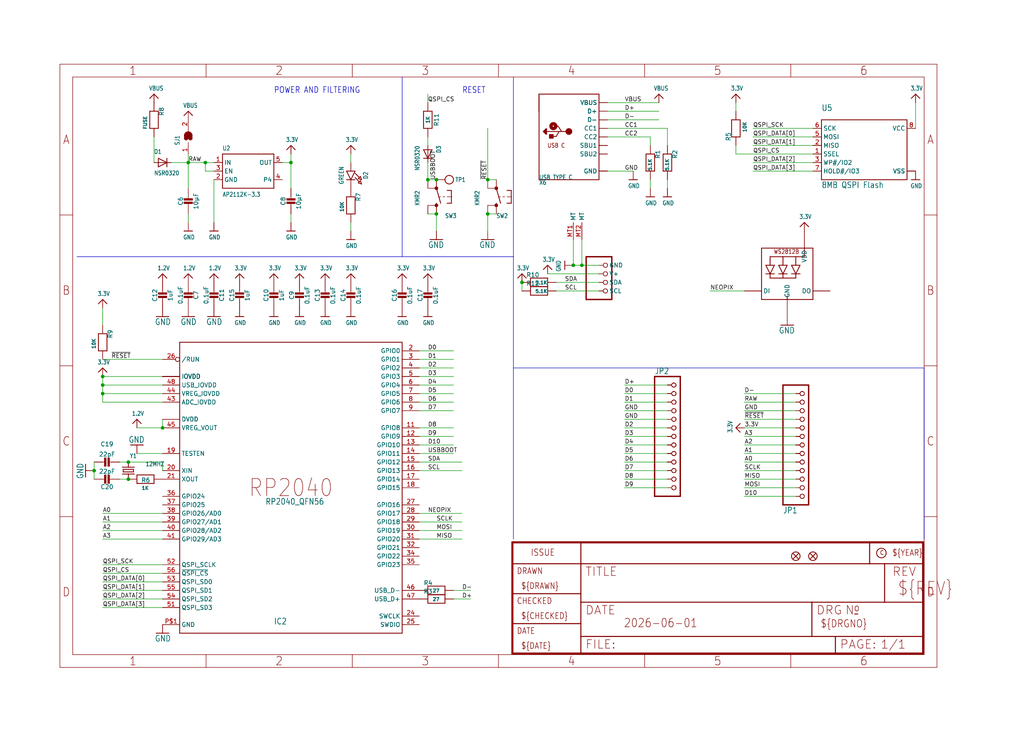
<source format=kicad_sch>
(kicad_sch (version 20230121) (generator eeschema)
  (paper "User" 303.962 217.322)
  (junction (at 30.48 111.76))
  (junction (at 144.78 63.5))
  (junction (at 60.96 48.26))
  (junction (at 129.54 63.5))
  (junction (at 55.88 48.26))
  (junction (at 172.72 78.74))
  (junction (at 127 53.34))
  (junction (at 38.1 142.24))
  (junction (at 30.48 116.84))
  (junction (at 129.54 53.34))
  (junction (at 30.48 114.3))
  (junction (at 86.36 48.26))
  (junction (at 170.18 78.74))
  (junction (at 27.94 139.7))
  (junction (at 38.1 137.16))
  (junction (at 144.78 53.34))
  (junction (at 154.94 83.82))
  (junction (at 48.26 127))
  (wire (pts (xy 124.46 152.4) (xy 137.16 152.4)) (stroke (width 0.1524)))
  (wire (pts (xy 48.26 124.46) (xy 48.26 127)) (stroke (width 0.1524)))
  (wire (pts (xy 83.82 48.26) (xy 86.36 48.26)) (stroke (width 0.1524)))
  (wire (pts (xy 134.62 175.26) (xy 139.7 175.26)) (stroke (width 0.1524)))
  (wire (pts (xy 48.26 119.38) (xy 30.48 119.38)) (stroke (width 0.1524)))
  (wire (pts (xy 30.48 154.94) (xy 48.26 154.94)) (stroke (width 0.1524)))
  (wire (pts (xy 30.48 91.44) (xy 30.48 96.52)) (stroke (width 0.1524)))
  (wire (pts (xy 124.46 121.92) (xy 134.62 121.92)) (stroke (width 0.1524)))
  (polyline (pts (xy 152.4 76.2) (xy 119.38 76.2)) (stroke (width 0.1524) (type solid)))
  (wire (pts (xy 185.42 142.24) (xy 198.12 142.24)) (stroke (width 0.1524)))
  (wire (pts (xy 223.52 40.64) (xy 241.3 40.64)) (stroke (width 0.1524)))
  (wire (pts (xy 40.64 127) (xy 48.26 127)) (stroke (width 0.1524)))
  (wire (pts (xy 198.12 121.92) (xy 185.42 121.92)) (stroke (width 0.1524)))
  (wire (pts (xy 104.14 66.04) (xy 104.14 68.58)) (stroke (width 0.1524)))
  (wire (pts (xy 241.3 43.18) (xy 223.52 43.18)) (stroke (width 0.1524)))
  (wire (pts (xy 177.8 81.28) (xy 162.56 81.28)) (stroke (width 0.1524)))
  (wire (pts (xy 48.26 111.76) (xy 30.48 111.76)) (stroke (width 0.1524)))
  (wire (pts (xy 60.96 48.26) (xy 55.88 48.26)) (stroke (width 0.1524)))
  (wire (pts (xy 180.34 33.02) (xy 195.58 33.02)) (stroke (width 0.1524)))
  (wire (pts (xy 48.26 157.48) (xy 30.48 157.48)) (stroke (width 0.1524)))
  (polyline (pts (xy 22.86 76.2) (xy 119.38 76.2)) (stroke (width 0.1524) (type solid)))
  (wire (pts (xy 48.26 134.62) (xy 40.64 134.62)) (stroke (width 0.1524)))
  (wire (pts (xy 180.34 35.56) (xy 195.58 35.56)) (stroke (width 0.1524)))
  (wire (pts (xy 124.46 154.94) (xy 137.16 154.94)) (stroke (width 0.1524)))
  (wire (pts (xy 271.78 30.48) (xy 271.78 38.1)) (stroke (width 0.1524)))
  (wire (pts (xy 124.46 114.3) (xy 134.62 114.3)) (stroke (width 0.1524)))
  (wire (pts (xy 177.8 83.82) (xy 165.1 83.82)) (stroke (width 0.1524)))
  (wire (pts (xy 236.22 144.78) (xy 220.98 144.78)) (stroke (width 0.1524)))
  (wire (pts (xy 165.1 86.36) (xy 177.8 86.36)) (stroke (width 0.1524)))
  (wire (pts (xy 27.94 142.24) (xy 27.94 139.7)) (stroke (width 0.1524)))
  (wire (pts (xy 127 63.5) (xy 129.54 63.5)) (stroke (width 0.1524)))
  (wire (pts (xy 198.12 114.3) (xy 185.42 114.3)) (stroke (width 0.1524)))
  (wire (pts (xy 198.12 127) (xy 185.42 127)) (stroke (width 0.1524)))
  (wire (pts (xy 127 43.18) (xy 127 40.64)) (stroke (width 0.1524)))
  (wire (pts (xy 63.5 53.34) (xy 63.5 66.04)) (stroke (width 0.1524)))
  (wire (pts (xy 50.8 48.26) (xy 55.88 48.26)) (stroke (width 0.1524)))
  (wire (pts (xy 185.42 144.78) (xy 198.12 144.78)) (stroke (width 0.1524)))
  (polyline (pts (xy 119.38 76.2) (xy 119.38 22.86)) (stroke (width 0.1524) (type solid)))
  (wire (pts (xy 38.1 137.16) (xy 48.26 137.16)) (stroke (width 0.1524)))
  (wire (pts (xy 144.78 53.34) (xy 147.32 53.34)) (stroke (width 0.1524)))
  (wire (pts (xy 124.46 106.68) (xy 134.62 106.68)) (stroke (width 0.1524)))
  (wire (pts (xy 124.46 111.76) (xy 134.62 111.76)) (stroke (width 0.1524)))
  (wire (pts (xy 60.96 50.8) (xy 60.96 48.26)) (stroke (width 0.1524)))
  (wire (pts (xy 48.26 170.18) (xy 30.48 170.18)) (stroke (width 0.1524)))
  (wire (pts (xy 124.46 127) (xy 134.62 127)) (stroke (width 0.1524)))
  (wire (pts (xy 35.56 142.24) (xy 38.1 142.24)) (stroke (width 0.1524)))
  (wire (pts (xy 236.22 132.08) (xy 220.98 132.08)) (stroke (width 0.1524)))
  (wire (pts (xy 124.46 116.84) (xy 134.62 116.84)) (stroke (width 0.1524)))
  (wire (pts (xy 45.72 48.26) (xy 45.72 40.64)) (stroke (width 0.1524)))
  (wire (pts (xy 55.88 63.5) (xy 55.88 66.04)) (stroke (width 0.1524)))
  (wire (pts (xy 86.36 55.88) (xy 86.36 48.26)) (stroke (width 0.1524)))
  (wire (pts (xy 220.98 129.54) (xy 236.22 129.54)) (stroke (width 0.1524)))
  (wire (pts (xy 129.54 63.5) (xy 129.54 68.58)) (stroke (width 0.1524)))
  (wire (pts (xy 147.32 63.5) (xy 144.78 63.5)) (stroke (width 0.1524)))
  (wire (pts (xy 154.94 83.82) (xy 154.94 86.36)) (stroke (width 0.1524)))
  (wire (pts (xy 193.04 53.34) (xy 193.04 55.88)) (stroke (width 0.1524)))
  (wire (pts (xy 185.42 124.46) (xy 198.12 124.46)) (stroke (width 0.1524)))
  (wire (pts (xy 220.98 139.7) (xy 236.22 139.7)) (stroke (width 0.1524)))
  (wire (pts (xy 236.22 142.24) (xy 220.98 142.24)) (stroke (width 0.1524)))
  (wire (pts (xy 220.98 86.36) (xy 210.82 86.36)) (stroke (width 0.1524)))
  (wire (pts (xy 236.22 124.46) (xy 220.98 124.46)) (stroke (width 0.1524)))
  (wire (pts (xy 30.48 160.02) (xy 48.26 160.02)) (stroke (width 0.1524)))
  (wire (pts (xy 124.46 139.7) (xy 137.16 139.7)) (stroke (width 0.1524)))
  (wire (pts (xy 30.48 119.38) (xy 30.48 116.84)) (stroke (width 0.1524)))
  (wire (pts (xy 124.46 129.54) (xy 134.62 129.54)) (stroke (width 0.1524)))
  (wire (pts (xy 48.26 167.64) (xy 30.48 167.64)) (stroke (width 0.1524)))
  (wire (pts (xy 38.1 137.16) (xy 35.56 137.16)) (stroke (width 0.1524)))
  (wire (pts (xy 220.98 121.92) (xy 236.22 121.92)) (stroke (width 0.1524)))
  (wire (pts (xy 172.72 78.74) (xy 177.8 78.74)) (stroke (width 0.1524)))
  (wire (pts (xy 27.94 139.7) (xy 27.94 137.16)) (stroke (width 0.1524)))
  (wire (pts (xy 170.18 78.74) (xy 170.18 71.12)) (stroke (width 0.1524)))
  (wire (pts (xy 144.78 38.1) (xy 144.78 53.34)) (stroke (width 0.1524)))
  (wire (pts (xy 185.42 132.08) (xy 198.12 132.08)) (stroke (width 0.1524)))
  (wire (pts (xy 241.3 38.1) (xy 223.52 38.1)) (stroke (width 0.1524)))
  (wire (pts (xy 236.22 116.84) (xy 220.98 116.84)) (stroke (width 0.1524)))
  (polyline (pts (xy 274.32 160.02) (xy 274.32 109.22)) (stroke (width 0.1524) (type solid)))
  (wire (pts (xy 198.12 55.88) (xy 198.12 53.34)) (stroke (width 0.1524)))
  (wire (pts (xy 30.48 116.84) (xy 30.48 114.3)) (stroke (width 0.1524)))
  (wire (pts (xy 241.3 48.26) (xy 223.52 48.26)) (stroke (width 0.1524)))
  (wire (pts (xy 185.42 129.54) (xy 198.12 129.54)) (stroke (width 0.1524)))
  (wire (pts (xy 172.72 71.12) (xy 172.72 78.74)) (stroke (width 0.1524)))
  (wire (pts (xy 220.98 147.32) (xy 236.22 147.32)) (stroke (width 0.1524)))
  (wire (pts (xy 86.36 63.5) (xy 86.36 66.04)) (stroke (width 0.1524)))
  (wire (pts (xy 220.98 119.38) (xy 236.22 119.38)) (stroke (width 0.1524)))
  (wire (pts (xy 48.26 116.84) (xy 30.48 116.84)) (stroke (width 0.1524)))
  (wire (pts (xy 193.04 40.64) (xy 193.04 43.18)) (stroke (width 0.1524)))
  (wire (pts (xy 127 53.34) (xy 127 48.26)) (stroke (width 0.1524)))
  (polyline (pts (xy 152.4 76.2) (xy 152.4 22.86)) (stroke (width 0.1524) (type solid)))
  (wire (pts (xy 55.88 45.72) (xy 55.88 48.26)) (stroke (width 0.1524)))
  (wire (pts (xy 60.96 50.8) (xy 63.5 50.8)) (stroke (width 0.1524)))
  (wire (pts (xy 185.42 139.7) (xy 198.12 139.7)) (stroke (width 0.1524)))
  (wire (pts (xy 124.46 137.16) (xy 137.16 137.16)) (stroke (width 0.1524)))
  (wire (pts (xy 63.5 48.26) (xy 60.96 48.26)) (stroke (width 0.1524)))
  (wire (pts (xy 55.88 48.26) (xy 55.88 55.88)) (stroke (width 0.1524)))
  (wire (pts (xy 104.14 45.72) (xy 104.14 48.26)) (stroke (width 0.1524)))
  (wire (pts (xy 30.48 177.8) (xy 48.26 177.8)) (stroke (width 0.1524)))
  (wire (pts (xy 218.44 43.18) (xy 218.44 45.72)) (stroke (width 0.1524)))
  (wire (pts (xy 124.46 104.14) (xy 134.62 104.14)) (stroke (width 0.1524)))
  (wire (pts (xy 48.26 106.68) (xy 30.48 106.68)) (stroke (width 0.1524)))
  (wire (pts (xy 220.98 134.62) (xy 236.22 134.62)) (stroke (width 0.1524)))
  (wire (pts (xy 48.26 114.3) (xy 30.48 114.3)) (stroke (width 0.1524)))
  (wire (pts (xy 86.36 48.26) (xy 86.36 45.72)) (stroke (width 0.1524)))
  (polyline (pts (xy 152.4 160.02) (xy 152.4 109.22)) (stroke (width 0.1524) (type solid)))
  (wire (pts (xy 180.34 38.1) (xy 198.12 38.1)) (stroke (width 0.1524)))
  (wire (pts (xy 124.46 134.62) (xy 134.62 134.62)) (stroke (width 0.1524)))
  (wire (pts (xy 48.26 137.16) (xy 48.26 139.7)) (stroke (width 0.1524)))
  (polyline (pts (xy 274.32 109.22) (xy 152.4 109.22)) (stroke (width 0.1524) (type solid)))
  (wire (pts (xy 198.12 38.1) (xy 198.12 43.18)) (stroke (width 0.1524)))
  (wire (pts (xy 127 30.48) (xy 127 27.94)) (stroke (width 0.1524)))
  (wire (pts (xy 30.48 172.72) (xy 48.26 172.72)) (stroke (width 0.1524)))
  (wire (pts (xy 185.42 137.16) (xy 198.12 137.16)) (stroke (width 0.1524)))
  (wire (pts (xy 218.44 30.48) (xy 218.44 33.02)) (stroke (width 0.1524)))
  (wire (pts (xy 198.12 116.84) (xy 185.42 116.84)) (stroke (width 0.1524)))
  (wire (pts (xy 129.54 53.34) (xy 127 53.34)) (stroke (width 0.1524)))
  (wire (pts (xy 185.42 134.62) (xy 198.12 134.62)) (stroke (width 0.1524)))
  (wire (pts (xy 124.46 119.38) (xy 134.62 119.38)) (stroke (width 0.1524)))
  (wire (pts (xy 134.62 177.8) (xy 139.7 177.8)) (stroke (width 0.1524)))
  (wire (pts (xy 236.22 137.16) (xy 220.98 137.16)) (stroke (width 0.1524)))
  (wire (pts (xy 124.46 160.02) (xy 137.16 160.02)) (stroke (width 0.1524)))
  (polyline (pts (xy 152.4 109.22) (xy 152.4 76.2)) (stroke (width 0.1524) (type solid)))
  (wire (pts (xy 124.46 132.08) (xy 134.62 132.08)) (stroke (width 0.1524)))
  (wire (pts (xy 187.96 50.8) (xy 180.34 50.8)) (stroke (width 0.1524)))
  (wire (pts (xy 195.58 30.48) (xy 180.34 30.48)) (stroke (width 0.1524)))
  (wire (pts (xy 144.78 68.58) (xy 144.78 63.5)) (stroke (width 0.1524)))
  (wire (pts (xy 124.46 157.48) (xy 137.16 157.48)) (stroke (width 0.1524)))
  (wire (pts (xy 30.48 175.26) (xy 48.26 175.26)) (stroke (width 0.1524)))
  (wire (pts (xy 30.48 180.34) (xy 48.26 180.34)) (stroke (width 0.1524)))
  (wire (pts (xy 198.12 119.38) (xy 185.42 119.38)) (stroke (width 0.1524)))
  (wire (pts (xy 124.46 109.22) (xy 134.62 109.22)) (stroke (width 0.1524)))
  (wire (pts (xy 236.22 127) (xy 220.98 127)) (stroke (width 0.1524)))
  (wire (pts (xy 170.18 78.74) (xy 172.72 78.74)) (stroke (width 0.1524)))
  (wire (pts (xy 223.52 50.8) (xy 241.3 50.8)) (stroke (width 0.1524)))
  (wire (pts (xy 30.48 114.3) (xy 30.48 111.76)) (stroke (width 0.1524)))
  (wire (pts (xy 180.34 40.64) (xy 193.04 40.64)) (stroke (width 0.1524)))
  (wire (pts (xy 48.26 152.4) (xy 30.48 152.4)) (stroke (width 0.1524)))
  (wire (pts (xy 218.44 45.72) (xy 241.3 45.72)) (stroke (width 0.1524)))
  (text "RESET" (at 137.16 27.94 0) (effects (font (size 1.778 1.5113)) (justify left bottom)))
  (text "POWER AND FILTERING" (at 81.28 27.94 0) (effects (font (size 1.778 1.5113)) (justify left bottom)))
  (label "D3" (at 127 111.76 0) (effects (font (size 1.2446 1.2446))))
  (label "QSPI_DATA[2]" (at 30.48 177.8 0) (effects (font (size 1.2446 1.2446))))
  (label "SCL" (at 127 139.7 0) (effects (font (size 1.2446 1.2446))))
  (label "D9" (at 185.42 144.78 0) (effects (font (size 1.2446 1.2446))))
  (label "CC1" (at 185.42 38.1 0) (effects (font (size 1.2446 1.2446))))
  (label "D2" (at 127 109.22 0) (effects (font (size 1.2446 1.2446))))
  (label "GND" (at 185.42 124.46 0) (effects (font (size 1.2446 1.2446))))
  (label "GND" (at 185.42 121.92 0) (effects (font (size 1.2446 1.2446))))
  (label "D8" (at 127 127 0) (effects (font (size 1.2446 1.2446))))
  (label "D0" (at 127 104.14 0) (effects (font (size 1.2446 1.2446))))
  (label "D5" (at 185.42 134.62 0) (effects (font (size 1.2446 1.2446))))
  (label "SCL" (at 167.64 86.36 0) (effects (font (size 1.2446 1.2446))))
  (label "D3" (at 185.42 129.54 0) (effects (font (size 1.2446 1.2446))))
  (label "D1" (at 185.42 119.38 0) (effects (font (size 1.2446 1.2446))))
  (label "RAW" (at 220.98 119.38 0) (effects (font (size 1.2446 1.2446))))
  (label "D2" (at 185.42 127 0) (effects (font (size 1.2446 1.2446))))
  (label "QSPI_CS" (at 30.48 170.18 0) (effects (font (size 1.2446 1.2446))))
  (label "D6" (at 185.42 137.16 0) (effects (font (size 1.2446 1.2446))))
  (label "D+" (at 137.16 177.8 0) (effects (font (size 1.2446 1.2446))))
  (label "SDA" (at 127 137.16 0) (effects (font (size 1.2446 1.2446))))
  (label "D+" (at 185.42 114.3 0) (effects (font (size 1.2446 1.2446))))
  (label "D5" (at 127 116.84 0) (effects (font (size 1.2446 1.2446))))
  (label "A0" (at 220.98 137.16 0) (effects (font (size 1.2446 1.2446))))
  (label "GND" (at 220.98 121.92 0) (effects (font (size 1.2446 1.2446))))
  (label "D10" (at 220.98 147.32 0) (effects (font (size 1.2446 1.2446))))
  (label "D7" (at 185.42 139.7 0) (effects (font (size 1.2446 1.2446))))
  (label "QSPI_DATA[3]" (at 30.48 180.34 0) (effects (font (size 1.2446 1.2446))))
  (label "3.3V" (at 220.98 127 0) (effects (font (size 1.2446 1.2446))))
  (label "SDA" (at 167.64 83.82 0) (effects (font (size 1.2446 1.2446))))
  (label "QSPI_DATA[1]" (at 223.52 43.18 0) (effects (font (size 1.2446 1.2446))))
  (label "RAW" (at 55.88 48.26 0) (effects (font (size 1.2446 1.2446))))
  (label "MISO" (at 220.98 142.24 0) (effects (font (size 1.2446 1.2446))))
  (label "SCLK" (at 129.54 154.94 0) (effects (font (size 1.2446 1.2446))))
  (label "QSPI_DATA[2]" (at 223.52 48.26 0) (effects (font (size 1.2446 1.2446))))
  (label "QSPI_DATA[1]" (at 30.48 175.26 0) (effects (font (size 1.2446 1.2446))))
  (label "SCLK" (at 220.98 139.7 0) (effects (font (size 1.2446 1.2446))))
  (label "QSPI_SCK" (at 223.52 38.1 0) (effects (font (size 1.2446 1.2446))))
  (label "A1" (at 30.48 154.94 0) (effects (font (size 1.2446 1.2446))))
  (label "USBBOOT" (at 127 134.62 0) (effects (font (size 1.2446 1.2446))))
  (label "~{RESET}" (at 33.02 106.68 0) (effects (font (size 1.2446 1.2446))))
  (label "D10" (at 127 132.08 0) (effects (font (size 1.2446 1.2446))))
  (label "D-" (at 137.16 175.26 0) (effects (font (size 1.2446 1.2446))))
  (label "QSPI_CS" (at 223.52 45.72 0) (effects (font (size 1.2446 1.2446))))
  (label "CC2" (at 185.42 40.64 0) (effects (font (size 1.2446 1.2446))))
  (label "MOSI" (at 220.98 144.78 0) (effects (font (size 1.2446 1.2446))))
  (label "~{RESET}" (at 220.98 124.46 0) (effects (font (size 1.2446 1.2446))))
  (label "D1" (at 127 106.68 0) (effects (font (size 1.2446 1.2446))))
  (label "D-" (at 220.98 116.84 0) (effects (font (size 1.2446 1.2446))))
  (label "D6" (at 127 119.38 0) (effects (font (size 1.2446 1.2446))))
  (label "A2" (at 30.48 157.48 0) (effects (font (size 1.2446 1.2446))))
  (label "D4" (at 185.42 132.08 0) (effects (font (size 1.2446 1.2446))))
  (label "QSPI_DATA[0]" (at 30.48 172.72 0) (effects (font (size 1.2446 1.2446))))
  (label "~{RESET}" (at 144.78 53.34 90) (effects (font (size 1.2446 1.2446))))
  (label "D9" (at 127 129.54 0) (effects (font (size 1.2446 1.2446))))
  (label "QSPI_DATA[3]" (at 223.52 50.8 0) (effects (font (size 1.2446 1.2446))))
  (label "USBBOOT" (at 129.54 53.34 90) (effects (font (size 1.2446 1.2446))))
  (label "VBUS" (at 185.42 30.48 0) (effects (font (size 1.2446 1.2446))))
  (label "D4" (at 127 114.3 0) (effects (font (size 1.2446 1.2446))))
  (label "A3" (at 220.98 129.54 0) (effects (font (size 1.2446 1.2446))))
  (label "A1" (at 220.98 134.62 0) (effects (font (size 1.2446 1.2446))))
  (label "D+" (at 185.42 33.02 0) (effects (font (size 1.2446 1.2446))))
  (label "D8" (at 185.42 142.24 0) (effects (font (size 1.2446 1.2446))))
  (label "D0" (at 185.42 116.84 0) (effects (font (size 1.2446 1.2446))))
  (label "QSPI_DATA[0]" (at 223.52 40.64 0) (effects (font (size 1.2446 1.2446))))
  (label "MISO" (at 129.54 160.02 0) (effects (font (size 1.2446 1.2446))))
  (label "D-" (at 185.42 35.56 0) (effects (font (size 1.2446 1.2446))))
  (label "D7" (at 127 121.92 0) (effects (font (size 1.2446 1.2446))))
  (label "NEOPIX" (at 127 152.4 0) (effects (font (size 1.2446 1.2446))))
  (label "A3" (at 30.48 160.02 0) (effects (font (size 1.2446 1.2446))))
  (label "NEOPIX" (at 210.82 86.36 0) (effects (font (size 1.2446 1.2446))))
  (label "A0" (at 30.48 152.4 0) (effects (font (size 1.2446 1.2446))))
  (label "GND" (at 185.42 50.8 0) (effects (font (size 1.2446 1.2446))))
  (label "A2" (at 220.98 132.08 0) (effects (font (size 1.2446 1.2446))))
  (label "QSPI_SCK" (at 30.48 167.64 0) (effects (font (size 1.2446 1.2446))))
  (label "QSPI_CS" (at 127 30.48 0) (effects (font (size 1.2446 1.2446))))
  (label "MOSI" (at 129.54 157.48 0) (effects (font (size 1.2446 1.2446))))
  (symbol (lib_id "working-eagle-import:RESISTOR_0402NO") (at 198.12 48.26 270) (unit 1)
    (property "Reference" "R2" (at 199.6186 44.45 0) (effects (justify left bottom)))
    (property "Value" "5.1K" (at 197.358 46.99 0) (effects (font (size 1.016 1.016) bold) (justify left bottom)))
    (property "Footprint" "working:_0402NO" (effects hide))
  )
  (symbol (lib_id "working-eagle-import:3.3V") (at 81.28 81.28 0) (unit 1)
    (property "Reference" "#U$25" (effects hide))
    (property "Value" "3.3V" (at 79.756 80.264 0) (effects (font (size 1.27 1.0795)) (justify left bottom)))
  )
  (symbol (lib_id "working-eagle-import:supply1_GND") (at 25.4 139.7 270) (mirror x) (unit 1)
    (property "Reference" "#GND31" (effects hide))
    (property "Value" "GND" (at 22.86 142.24 0) (effects (font (size 1.778 1.5113)) (justify left bottom)))
  )
  (symbol (lib_id "working-eagle-import:DIODESOD-323F") (at 48.26 48.26 0) (unit 1)
    (property "Reference" "D1" (at 45.72 45.72 0) (effects (font (size 1.27 1.0795)) (justify left bottom)))
    (property "Value" "NSR0320" (at 45.72 52.07 0) (effects (font (size 1.27 1.0795)) (justify left bottom)))
    (property "Footprint" "working:SOD-323F" (effects hide))
  )
  (symbol (lib_id "working-eagle-import:CAP_CERAMIC_0402NO") (at 104.14 88.9 0) (unit 1)
    (property "Reference" "C14" (at 101.85 87.65 90))
    (property "Value" "0.1uF" (at 106.44 87.65 90))
    (property "Footprint" "working:_0402NO" (effects hide))
  )
  (symbol (lib_id "working-eagle-import:STEMMA_I2C_QTSKINNY") (at 172.72 71.12 90) (unit 3)
    (property "Reference" "CONN1" (effects hide))
    (property "Value" "STEMMA_I2C_QTSKINNY" (effects hide))
    (property "Footprint" "working:JST_SH4_SKINNY" (effects hide))
  )
  (symbol (lib_id "working-eagle-import:CAP_CERAMIC_0603MP") (at 48.26 88.9 0) (unit 1)
    (property "Reference" "C12" (at 45.97 87.65 90))
    (property "Value" "1uF" (at 50.56 87.65 90))
    (property "Footprint" "working:_0603MP" (effects hide))
  )
  (symbol (lib_id "working-eagle-import:CRYSTAL2.5X2.0") (at 38.1 139.7 90) (unit 1)
    (property "Reference" "Y1" (at 40.64 134.62 90) (effects (font (size 1.27 1.0795)) (justify left bottom)))
    (property "Value" "12MHZ" (at 43.18 138.43 90) (effects (font (size 1.27 1.0795)) (justify right top)))
    (property "Footprint" "working:CRYSTAL_2.5X2" (effects hide))
  )
  (symbol (lib_id "working-eagle-import:3.3V") (at 86.36 43.18 0) (unit 1)
    (property "Reference" "#U$1" (effects hide))
    (property "Value" "3.3V" (at 84.836 42.164 0) (effects (font (size 1.27 1.0795)) (justify left bottom)))
  )
  (symbol (lib_id "working-eagle-import:3.3V") (at 30.48 109.22 0) (unit 1)
    (property "Reference" "#U$38" (effects hide))
    (property "Value" "3.3V" (at 28.956 108.204 0) (effects (font (size 1.27 1.0795)) (justify left bottom)))
  )
  (symbol (lib_id "working-eagle-import:supply1_GND") (at 48.26 187.96 0) (mirror y) (unit 1)
    (property "Reference" "#GND25" (effects hide))
    (property "Value" "GND" (at 50.8 190.5 0) (effects (font (size 1.778 1.5113)) (justify left bottom)))
  )
  (symbol (lib_id "working-eagle-import:3.3V") (at 127 81.28 0) (unit 1)
    (property "Reference" "#U$36" (effects hide))
    (property "Value" "3.3V" (at 125.476 80.264 0) (effects (font (size 1.27 1.0795)) (justify left bottom)))
  )
  (symbol (lib_id "working-eagle-import:SWITCH_TACT_SMT4.6X2.8") (at 129.54 58.42 270) (unit 1)
    (property "Reference" "SW3" (at 132.08 64.77 90) (effects (font (size 1.27 1.0795)) (justify left bottom)))
    (property "Value" "KMR2" (at 123.19 56.515 0) (effects (font (size 1.27 1.0795)) (justify left bottom)))
    (property "Footprint" "working:BTN_KMR2_4.6X2.8" (effects hide))
  )
  (symbol (lib_id "working-eagle-import:CAP_CERAMIC_0402NO") (at 55.88 86.36 180) (unit 1)
    (property "Reference" "C7" (at 58.17 87.61 90))
    (property "Value" "0.1uF" (at 53.58 87.61 90))
    (property "Footprint" "working:_0402NO" (effects hide))
  )
  (symbol (lib_id "working-eagle-import:GND") (at 127 93.98 0) (unit 1)
    (property "Reference" "#U$53" (effects hide))
    (property "Value" "GND" (at 125.476 96.52 0) (effects (font (size 1.27 1.0795)) (justify left bottom)))
  )
  (symbol (lib_id "working-eagle-import:3.3V") (at 162.56 78.74 0) (unit 1)
    (property "Reference" "#U$10" (effects hide))
    (property "Value" "3.3V" (at 161.036 77.724 0) (effects (font (size 1.27 1.0795)) (justify left bottom)))
  )
  (symbol (lib_id "working-eagle-import:3.3V") (at 218.44 127 90) (unit 1)
    (property "Reference" "#U$2" (effects hide))
    (property "Value" "3.3V" (at 217.424 128.524 0) (effects (font (size 1.27 1.0795)) (justify left bottom)))
  )
  (symbol (lib_id "working-eagle-import:SOLDERJUMPER") (at 55.88 40.64 90) (unit 1)
    (property "Reference" "SJ1" (at 53.34 43.18 0) (effects (font (size 1.27 1.0795)) (justify left bottom)))
    (property "Value" "SOLDERJUMPER" (effects hide))
    (property "Footprint" "working:SOLDERJUMPER_ARROW_NOPASTE" (effects hide))
  )
  (symbol (lib_id "working-eagle-import:1.2V") (at 40.64 124.46 0) (unit 1)
    (property "Reference" "#U$40" (effects hide))
    (property "Value" "1.2V" (at 39.116 123.444 0) (effects (font (size 1.27 1.0795)) (justify left bottom)))
  )
  (symbol (lib_id "working-eagle-import:GND") (at 63.5 68.58 0) (unit 1)
    (property "Reference" "#U$30" (effects hide))
    (property "Value" "GND" (at 61.976 71.12 0) (effects (font (size 1.27 1.0795)) (justify left bottom)))
  )
  (symbol (lib_id "working-eagle-import:1.2V") (at 55.88 81.28 0) (unit 1)
    (property "Reference" "#U$43" (effects hide))
    (property "Value" "1.2V" (at 54.356 80.264 0) (effects (font (size 1.27 1.0795)) (justify left bottom)))
  )
  (symbol (lib_id "working-eagle-import:STEMMA_I2C_QTSKINNY") (at 170.18 71.12 90) (unit 2)
    (property "Reference" "CONN1" (effects hide))
    (property "Value" "STEMMA_I2C_QTSKINNY" (effects hide))
    (property "Footprint" "working:JST_SH4_SKINNY" (effects hide))
  )
  (symbol (lib_id "working-eagle-import:supply1_GND") (at 233.68 96.52 0) (unit 1)
    (property "Reference" "#GND7" (effects hide))
    (property "Value" "GND" (at 231.14 99.06 0) (effects (font (size 1.778 1.5113)) (justify left bottom)))
  )
  (symbol (lib_id "working-eagle-import:DIODESOD-323F") (at 127 45.72 270) (unit 1)
    (property "Reference" "D3" (at 129.54 43.18 0) (effects (font (size 1.27 1.0795)) (justify left bottom)))
    (property "Value" "NSR0320" (at 123.19 43.18 0) (effects (font (size 1.27 1.0795)) (justify left bottom)))
    (property "Footprint" "working:SOD-323F" (effects hide))
  )
  (symbol (lib_id "working-eagle-import:RESISTOR_0402NO") (at 127 35.56 270) (unit 1)
    (property "Reference" "R11" (at 129.54 35.56 0))
    (property "Value" "1K" (at 127 35.56 0) (effects (font (size 1.016 1.016) bold)))
    (property "Footprint" "working:_0402NO" (effects hide))
  )
  (symbol (lib_id "working-eagle-import:WS2812B_SK6805_1515") (at 233.68 83.82 0) (unit 1)
    (property "Reference" "LED1" (effects hide))
    (property "Value" "WS2812B_SK6805_1515" (effects hide))
    (property "Footprint" "working:SK6805_1515" (effects hide))
  )
  (symbol (lib_id "working-eagle-import:HEADER-1X13_CASTEL") (at 200.66 129.54 0) (unit 1)
    (property "Reference" "JP2" (at 194.31 111.125 0) (effects (font (size 1.778 1.5113)) (justify left bottom)))
    (property "Value" "HEADER-1X13_CASTEL" (effects hide))
    (property "Footprint" "working:1X13_CASTEL" (effects hide))
  )
  (symbol (lib_id "working-eagle-import:RESISTOR_0402NO") (at 129.54 175.26 0) (unit 1)
    (property "Reference" "R4" (at 125.73 173.7614 0) (effects (justify left bottom)))
    (property "Value" "27" (at 128.27 176.022 0) (effects (font (size 1.016 1.016) bold) (justify left bottom)))
    (property "Footprint" "working:_0402NO" (effects hide))
  )
  (symbol (lib_id "working-eagle-import:1.2V") (at 48.26 81.28 0) (unit 1)
    (property "Reference" "#U$46" (effects hide))
    (property "Value" "1.2V" (at 46.736 80.264 0) (effects (font (size 1.27 1.0795)) (justify left bottom)))
  )
  (symbol (lib_id "working-eagle-import:GND") (at 198.12 58.42 0) (unit 1)
    (property "Reference" "#U$14" (effects hide))
    (property "Value" "GND" (at 196.596 60.96 0) (effects (font (size 1.27 1.0795)) (justify left bottom)))
  )
  (symbol (lib_id "working-eagle-import:CAP_CERAMIC_0402NO") (at 88.9 88.9 0) (unit 1)
    (property "Reference" "C9" (at 86.61 87.65 90))
    (property "Value" "0.1uF" (at 91.2 87.65 90))
    (property "Footprint" "working:_0402NO" (effects hide))
  )
  (symbol (lib_id "working-eagle-import:VBUS") (at 45.72 27.94 0) (unit 1)
    (property "Reference" "#U$3" (effects hide))
    (property "Value" "VBUS" (at 44.196 26.924 0) (effects (font (size 1.27 1.0795)) (justify left bottom)))
  )
  (symbol (lib_id "working-eagle-import:LED0603_NOOUTLINE") (at 104.14 53.34 270) (unit 1)
    (property "Reference" "D2" (at 108.585 52.07 0) (effects (font (size 1.27 1.0795))))
    (property "Value" "GREEN" (at 101.346 52.07 0) (effects (font (size 1.27 1.0795))))
    (property "Footprint" "working:CHIPLED_0603_NOOUTLINE" (effects hide))
  )
  (symbol (lib_id "working-eagle-import:GND") (at 86.36 68.58 0) (unit 1)
    (property "Reference" "#U$29" (effects hide))
    (property "Value" "GND" (at 84.836 71.12 0) (effects (font (size 1.27 1.0795)) (justify left bottom)))
  )
  (symbol (lib_id "working-eagle-import:supply1_GND") (at 48.26 93.98 0) (mirror y) (unit 1)
    (property "Reference" "#GND28" (effects hide))
    (property "Value" "GND" (at 50.8 96.52 0) (effects (font (size 1.778 1.5113)) (justify left bottom)))
  )
  (symbol (lib_id "working-eagle-import:3.3V") (at 71.12 81.28 0) (unit 1)
    (property "Reference" "#U$18" (effects hide))
    (property "Value" "3.3V" (at 69.596 80.264 0) (effects (font (size 1.27 1.0795)) (justify left bottom)))
  )
  (symbol (lib_id "working-eagle-import:CAP_CERAMIC_0805MP") (at 86.36 60.96 0) (unit 1)
    (property "Reference" "C8" (at 84.07 59.71 90))
    (property "Value" "10µF" (at 88.66 59.71 90))
    (property "Footprint" "working:_0805MP" (effects hide))
    (property "REV" "B" (effects hide))
  )
  (symbol (lib_id "working-eagle-import:RESISTOR0805_NOOUTLINE") (at 45.72 35.56 270) (unit 1)
    (property "Reference" "R8" (at 47.2186 31.75 0) (effects (justify left bottom)))
    (property "Value" "FUSE" (at 42.418 34.29 0) (effects (font (size 1.016 1.016) bold) (justify left bottom)))
    (property "Footprint" "working:0805-NO" (effects hide))
  )
  (symbol (lib_id "working-eagle-import:3.3V") (at 88.9 81.28 0) (unit 1)
    (property "Reference" "#U$26" (effects hide))
    (property "Value" "3.3V" (at 87.376 80.264 0) (effects (font (size 1.27 1.0795)) (justify left bottom)))
  )
  (symbol (lib_id "working-eagle-import:CAP_CERAMIC_0402NO") (at 33.02 142.24 90) (unit 1)
    (property "Reference" "C20" (at 31.77 144.53 90))
    (property "Value" "22pF" (at 31.77 139.94 90))
    (property "Footprint" "working:_0402NO" (effects hide))
  )
  (symbol (lib_id "working-eagle-import:CAP_CERAMIC_0603MP") (at 81.28 88.9 0) (unit 1)
    (property "Reference" "C10" (at 78.99 87.65 90))
    (property "Value" "1uF" (at 83.58 87.65 90))
    (property "Footprint" "working:_0603MP" (effects hide))
  )
  (symbol (lib_id "working-eagle-import:FRAME_A4") (at 17.78 198.12 0) (unit 1)
    (property "Reference" "#FRAME1" (effects hide))
    (property "Value" "FRAME_A4" (effects hide))
  )
  (symbol (lib_id "working-eagle-import:GND") (at 187.96 53.34 0) (unit 1)
    (property "Reference" "#U$8" (effects hide))
    (property "Value" "GND" (at 186.436 55.88 0) (effects (font (size 1.27 1.0795)) (justify left bottom)))
  )
  (symbol (lib_id "working-eagle-import:GND") (at 81.28 93.98 0) (unit 1)
    (property "Reference" "#U$47" (effects hide))
    (property "Value" "GND" (at 79.756 96.52 0) (effects (font (size 1.27 1.0795)) (justify left bottom)))
  )
  (symbol (lib_id "working-eagle-import:CAP_CERAMIC_0402NO") (at 127 88.9 0) (unit 1)
    (property "Reference" "C17" (at 124.71 87.65 90))
    (property "Value" "0.1uF" (at 129.3 87.65 90))
    (property "Footprint" "working:_0402NO" (effects hide))
  )
  (symbol (lib_id "working-eagle-import:SPIFLASH_8PIN_4X4") (at 256.54 45.72 0) (unit 1)
    (property "Reference" "U5" (at 243.84 33.02 0) (effects (font (size 1.778 1.5113)) (justify left bottom)))
    (property "Value" "8MB QSPI Flash" (at 243.84 55.88 0) (effects (font (size 1.778 1.5113)) (justify left bottom)))
    (property "Footprint" "working:USON8_4X4" (effects hide))
  )
  (symbol (lib_id "working-eagle-import:GND") (at 193.04 58.42 0) (unit 1)
    (property "Reference" "#U$7" (effects hide))
    (property "Value" "GND" (at 191.516 60.96 0) (effects (font (size 1.27 1.0795)) (justify left bottom)))
  )
  (symbol (lib_id "working-eagle-import:GND") (at 96.52 93.98 0) (unit 1)
    (property "Reference" "#U$49" (effects hide))
    (property "Value" "GND" (at 94.996 96.52 0) (effects (font (size 1.27 1.0795)) (justify left bottom)))
  )
  (symbol (lib_id "working-eagle-import:supply1_GND") (at 129.54 71.12 0) (unit 1)
    (property "Reference" "#GND16" (effects hide))
    (property "Value" "GND" (at 127 73.66 0) (effects (font (size 1.778 1.5113)) (justify left bottom)))
  )
  (symbol (lib_id "working-eagle-import:3.3V") (at 119.38 81.28 0) (unit 1)
    (property "Reference" "#U$5" (effects hide))
    (property "Value" "3.3V" (at 117.856 80.264 0) (effects (font (size 1.27 1.0795)) (justify left bottom)))
  )
  (symbol (lib_id "working-eagle-import:1.2V") (at 63.5 81.28 0) (unit 1)
    (property "Reference" "#U$45" (effects hide))
    (property "Value" "1.2V" (at 61.976 80.264 0) (effects (font (size 1.27 1.0795)) (justify left bottom)))
  )
  (symbol (lib_id "working-eagle-import:RESISTOR_0402NO") (at 43.18 142.24 0) (unit 1)
    (property "Reference" "R6" (at 41.91 143.2814 0) (effects (justify left bottom)))
    (property "Value" "1K" (at 41.91 145.542 0) (effects (font (size 1.016 1.016) bold) (justify left bottom)))
    (property "Footprint" "working:_0402NO" (effects hide))
  )
  (symbol (lib_id "working-eagle-import:RESISTOR_0402NO") (at 193.04 48.26 270) (unit 1)
    (property "Reference" "R1" (at 194.5386 44.45 0) (effects (justify left bottom)))
    (property "Value" "5.1K" (at 192.278 46.99 0) (effects (font (size 1.016 1.016) bold) (justify left bottom)))
    (property "Footprint" "working:_0402NO" (effects hide))
  )
  (symbol (lib_id "working-eagle-import:GND") (at 71.12 93.98 0) (unit 1)
    (property "Reference" "#U$4" (effects hide))
    (property "Value" "GND" (at 69.596 96.52 0) (effects (font (size 1.27 1.0795)) (justify left bottom)))
  )
  (symbol (lib_id "working-eagle-import:USB_C") (at 170.18 40.64 0) (unit 1)
    (property "Reference" "X6" (at 160.02 54.864 0) (effects (font (size 1.27 1.0795)) (justify left bottom)))
    (property "Value" "USB TYPE C" (at 160.02 53.34 0) (effects (font (size 1.27 1.0795)) (justify left bottom)))
    (property "Footprint" "working:USB_C_CUSB31-CFM2AX-01-X" (effects hide))
  )
  (symbol (lib_id "working-eagle-import:HEADER-1X13_CASTEL") (at 238.76 132.08 0) (mirror x) (unit 1)
    (property "Reference" "JP1" (at 232.41 150.495 0) (effects (font (size 1.778 1.5113)) (justify left bottom)))
    (property "Value" "HEADER-1X13_CASTEL" (effects hide))
    (property "Footprint" "working:1X13_CASTEL" (effects hide))
  )
  (symbol (lib_id "working-eagle-import:GND") (at 104.14 93.98 0) (unit 1)
    (property "Reference" "#U$50" (effects hide))
    (property "Value" "GND" (at 102.616 96.52 0) (effects (font (size 1.27 1.0795)) (justify left bottom)))
  )
  (symbol (lib_id "working-eagle-import:CAP_CERAMIC_0402NO") (at 96.52 88.9 0) (unit 1)
    (property "Reference" "C13" (at 94.23 87.65 90))
    (property "Value" "0.1uF" (at 98.82 87.65 90))
    (property "Footprint" "working:_0402NO" (effects hide))
  )
  (symbol (lib_id "working-eagle-import:3.3V") (at 154.94 81.28 0) (unit 1)
    (property "Reference" "#U$11" (effects hide))
    (property "Value" "3.3V" (at 153.416 80.264 0) (effects (font (size 1.27 1.0795)) (justify left bottom)))
  )
  (symbol (lib_id "working-eagle-import:3.3V") (at 104.14 81.28 0) (unit 1)
    (property "Reference" "#U$33" (effects hide))
    (property "Value" "3.3V" (at 102.616 80.264 0) (effects (font (size 1.27 1.0795)) (justify left bottom)))
  )
  (symbol (lib_id "working-eagle-import:GND") (at 167.64 78.74 270) (unit 1)
    (property "Reference" "#U$9" (effects hide))
    (property "Value" "GND" (at 165.1 77.216 0) (effects (font (size 1.27 1.0795)) (justify left bottom)))
  )
  (symbol (lib_id "working-eagle-import:SWITCH_TACT_SMT4.6X2.8") (at 147.32 58.42 270) (unit 1)
    (property "Reference" "SW2" (at 147.32 64.77 90) (effects (font (size 1.27 1.0795)) (justify left bottom)))
    (property "Value" "KMR2" (at 140.97 56.515 0) (effects (font (size 1.27 1.0795)) (justify left bottom)))
    (property "Footprint" "working:BTN_KMR2_4.6X2.8" (effects hide))
  )
  (symbol (lib_id "working-eagle-import:supply1_GND") (at 55.88 93.98 0) (mirror y) (unit 1)
    (property "Reference" "#GND26" (effects hide))
    (property "Value" "GND" (at 58.42 96.52 0) (effects (font (size 1.778 1.5113)) (justify left bottom)))
  )
  (symbol (lib_id "working-eagle-import:3.3V") (at 96.52 81.28 0) (unit 1)
    (property "Reference" "#U$32" (effects hide))
    (property "Value" "3.3V" (at 94.996 80.264 0) (effects (font (size 1.27 1.0795)) (justify left bottom)))
  )
  (symbol (lib_id "working-eagle-import:VBUS") (at 55.88 33.02 0) (unit 1)
    (property "Reference" "#U$16" (effects hide))
    (property "Value" "VBUS" (at 54.356 32.004 0) (effects (font (size 1.27 1.0795)) (justify left bottom)))
  )
  (symbol (lib_id "working-eagle-import:RESISTOR_0402NO") (at 129.54 177.8 0) (unit 1)
    (property "Reference" "R3" (at 125.73 176.3014 0) (effects (justify left bottom)))
    (property "Value" "27" (at 128.27 178.562 0) (effects (font (size 1.016 1.016) bold) (justify left bottom)))
    (property "Footprint" "working:_0402NO" (effects hide))
  )
  (symbol (lib_id "working-eagle-import:CAP_CERAMIC_0402NO") (at 119.38 88.9 0) (unit 1)
    (property "Reference" "C16" (at 117.09 87.65 90))
    (property "Value" "0.1uF" (at 121.68 87.65 90))
    (property "Footprint" "working:_0402NO" (effects hide))
  )
  (symbol (lib_id "working-eagle-import:GND") (at 88.9 93.98 0) (unit 1)
    (property "Reference" "#U$48" (effects hide))
    (property "Value" "GND" (at 87.376 96.52 0) (effects (font (size 1.27 1.0795)) (justify left bottom)))
  )
  (symbol (lib_id "working-eagle-import:supply1_GND") (at 144.78 71.12 0) (unit 1)
    (property "Reference" "#GND15" (effects hide))
    (property "Value" "GND" (at 142.24 73.66 0) (effects (font (size 1.778 1.5113)) (justify left bottom)))
  )
  (symbol (lib_id "working-eagle-import:3.3V") (at 30.48 88.9 0) (unit 1)
    (property "Reference" "#U$37" (effects hide))
    (property "Value" "3.3V" (at 28.956 87.884 0) (effects (font (size 1.27 1.0795)) (justify left bottom)))
  )
  (symbol (lib_id "working-eagle-import:adafruit_power_VBUS") (at 195.58 27.94 0) (unit 1)
    (property "Reference" "#U$13" (effects hide))
    (property "Value" "VBUS" (at 194.056 26.924 0) (effects (font (size 1.27 1.0795)) (justify left bottom)))
  )
  (symbol (lib_id "working-eagle-import:3.3V") (at 238.76 66.04 0) (unit 1)
    (property "Reference" "#U$6" (effects hide))
    (property "Value" "3.3V" (at 237.236 65.024 0) (effects (font (size 1.27 1.0795)) (justify left bottom)))
  )
  (symbol (lib_id "working-eagle-import:STEMMA_I2C_QTSKINNY") (at 177.8 83.82 0) (unit 1)
    (property "Reference" "CONN1" (effects hide))
    (property "Value" "STEMMA_I2C_QTSKINNY" (effects hide))
    (property "Footprint" "working:JST_SH4_SKINNY" (effects hide))
  )
  (symbol (lib_id "working-eagle-import:RESISTOR_0402NO") (at 160.02 83.82 0) (unit 1)
    (property "Reference" "R10" (at 156.21 82.3214 0) (effects (justify left bottom)))
    (property "Value" "5.1K" (at 158.75 84.582 0) (effects (font (size 1.016 1.016) bold) (justify left bottom)))
    (property "Footprint" "working:_0402NO" (effects hide))
  )
  (symbol (lib_id "working-eagle-import:RESISTOR_0402NO") (at 160.02 86.36 0) (unit 1)
    (property "Reference" "R12" (at 156.21 84.8614 0) (effects (justify left bottom)))
    (property "Value" "5.1K" (at 158.75 87.122 0) (effects (font (size 1.016 1.016) bold) (justify left bottom)))
    (property "Footprint" "working:_0402NO" (effects hide))
  )
  (symbol (lib_id "working-eagle-import:GND") (at 271.78 53.34 0) (unit 1)
    (property "Reference" "#U$31" (effects hide))
    (property "Value" "GND" (at 270.256 55.88 0) (effects (font (size 1.27 1.0795)) (justify left bottom)))
  )
  (symbol (lib_id "working-eagle-import:CAP_CERAMIC_0402NO") (at 63.5 86.36 180) (unit 1)
    (property "Reference" "C11" (at 65.79 87.61 90))
    (property "Value" "0.1uF" (at 61.2 87.61 90))
    (property "Footprint" "working:_0402NO" (effects hide))
  )
  (symbol (lib_id "working-eagle-import:RP2040_QFN56") (at 86.36 144.78 0) (unit 1)
    (property "Reference" "IC2" (at 81.28 185.42 0) (effects (font (size 1.778 1.5113)) (justify left bottom)))
    (property "Value" "RP2040_QFN56" (at 78.74 149.86 0) (effects (font (size 1.778 1.5113)) (justify left bottom)))
    (property "Footprint" "working:QFN56_7MM_REDUCEDEPAD" (effects hide))
  )
  (symbol (lib_id "working-eagle-import:GND") (at 55.88 68.58 0) (unit 1)
    (property "Reference" "#U$27" (effects hide))
    (property "Value" "GND" (at 54.356 71.12 0) (effects (font (size 1.27 1.0795)) (justify left bottom)))
  )
  (symbol (lib_id "working-eagle-import:CAP_CERAMIC_0402NO") (at 33.02 137.16 90) (unit 1)
    (property "Reference" "C19" (at 31.77 131.83 90))
    (property "Value" "22pF" (at 31.77 134.86 90))
    (property "Footprint" "working:_0402NO" (effects hide))
  )
  (symbol (lib_id "working-eagle-import:GND") (at 104.14 71.12 0) (unit 1)
    (property "Reference" "#U$12" (effects hide))
    (property "Value" "GND" (at 102.616 73.66 0) (effects (font (size 1.27 1.0795)) (justify left bottom)))
  )
  (symbol (lib_id "working-eagle-import:3.3V") (at 271.78 27.94 0) (unit 1)
    (property "Reference" "#U$39" (effects hide))
    (property "Value" "3.3V" (at 270.256 26.924 0) (effects (font (size 1.27 1.0795)) (justify left bottom)))
  )
  (symbol (lib_id "working-eagle-import:VREG_SOT23-5") (at 73.66 50.8 0) (unit 1)
    (property "Reference" "U2" (at 66.04 44.704 0) (effects (font (size 1.27 1.0795)) (justify left bottom)))
    (property "Value" "AP2112K-3.3" (at 66.04 58.42 0) (effects (font (size 1.27 1.0795)) (justify left bottom)))
    (property "Footprint" "working:SOT23-5" (effects hide))
  )
  (symbol (lib_id "working-eagle-import:supply1_GND") (at 40.64 132.08 0) (mirror x) (unit 1)
    (property "Reference" "#GND24" (effects hide))
    (property "Value" "GND" (at 38.1 129.54 0) (effects (font (size 1.778 1.5113)) (justify left bottom)))
  )
  (symbol (lib_id "working-eagle-import:RESISTOR_0402NO") (at 218.44 38.1 90) (unit 1)
    (property "Reference" "R5" (at 216.9414 41.91 0) (effects (justify left bottom)))
    (property "Value" "10K" (at 221.742 39.37 0) (effects (font (size 1.016 1.016) bold) (justify left bottom)))
    (property "Footprint" "working:_0402NO" (effects hide))
  )
  (symbol (lib_id "working-eagle-import:TESTPOINTROUND1.5MMNO") (at 129.54 53.34 270) (unit 1)
    (property "Reference" "TP1" (at 135.128 53.34 90) (effects (font (size 1.27 1.0795)) (justify left)))
    (property "Value" "TESTPOINTROUND1.5MMNO" (effects hide))
    (property "Footprint" "working:TESTPOINT_ROUND_1.5MM_NO" (effects hide))
  )
  (symbol (lib_id "working-eagle-import:FIDUCIAL_1MM") (at 241.3 165.1 0) (unit 1)
    (property "Reference" "U$34" (effects hide))
    (property "Value" "FIDUCIAL_1MM" (effects hide))
    (property "Footprint" "working:FIDUCIAL_1MM" (effects hide))
  )
  (symbol (lib_id "working-eagle-import:CAP_CERAMIC_0805MP") (at 55.88 60.96 0) (unit 1)
    (property "Reference" "C6" (at 53.59 59.71 90))
    (property "Value" "10µF" (at 58.18 59.71 90))
    (property "Footprint" "working:_0805MP" (effects hide))
  )
  (symbol (lib_id "working-eagle-import:FIDUCIAL_1MM") (at 236.22 165.1 0) (unit 1)
    (property "Reference" "U$35" (effects hide))
    (property "Value" "FIDUCIAL_1MM" (effects hide))
    (property "Footprint" "working:FIDUCIAL_1MM" (effects hide))
  )
  (symbol (lib_id "working-eagle-import:CAP_CERAMIC0603_NO") (at 71.12 88.9 0) (unit 1)
    (property "Reference" "C15" (at 68.83 87.65 90))
    (property "Value" "1uF" (at 73.42 87.65 90))
    (property "Footprint" "working:0603-NO" (effects hide))
  )
  (symbol (lib_id "working-eagle-import:RESISTOR_0402NO") (at 104.14 60.96 270) (unit 1)
    (property "Reference" "R7" (at 105.6386 57.15 0) (effects (justify left bottom)))
    (property "Value" "10K" (at 100.838 59.69 0) (effects (font (size 1.016 1.016) bold) (justify left bottom)))
    (property "Footprint" "working:_0402NO" (effects hide))
  )
  (symbol (lib_id "working-eagle-import:FRAME_A4") (at 152.4 195.58 0) (unit 2)
    (property "Reference" "#FRAME1" (effects hide))
    (property "Value" "FRAME_A4" (effects hide))
  )
  (symbol (lib_id "working-eagle-import:3.3V") (at 218.44 27.94 0) (unit 1)
    (property "Reference" "#U$41" (effects hide))
    (property "Value" "3.3V" (at 216.916 26.924 0) (effects (font (size 1.27 1.0795)) (justify left bottom)))
  )
  (symbol (lib_id "working-eagle-import:supply1_GND") (at 63.5 93.98 0) (mirror y) (unit 1)
    (property "Reference" "#GND27" (effects hide))
    (property "Value" "GND" (at 66.04 96.52 0) (effects (font (size 1.778 1.5113)) (justify left bottom)))
  )
  (symbol (lib_id "working-eagle-import:GND") (at 119.38 93.98 0) (unit 1)
    (property "Reference" "#U$52" (effects hide))
    (property "Value" "GND" (at 117.856 96.52 0) (effects (font (size 1.27 1.0795)) (justify left bottom)))
  )
  (symbol (lib_id "working-eagle-import:3.3V") (at 104.14 43.18 0) (unit 1)
    (property "Reference" "#U$15" (effects hide))
    (property "Value" "3.3V" (at 102.616 42.164 0) (effects (font (size 1.27 1.0795)) (justify left bottom)))
  )
  (symbol (lib_id "working-eagle-import:RESISTOR_0402NO") (at 30.48 101.6 270) (unit 1)
    (property "Reference" "R9" (at 31.9786 97.79 0) (effects (justify left bottom)))
    (property "Value" "10K" (at 27.178 100.33 0) (effects (font (size 1.016 1.016) bold) (justify left bottom)))
    (property "Footprint" "working:_0402NO" (effects hide))
  )
)
</source>
